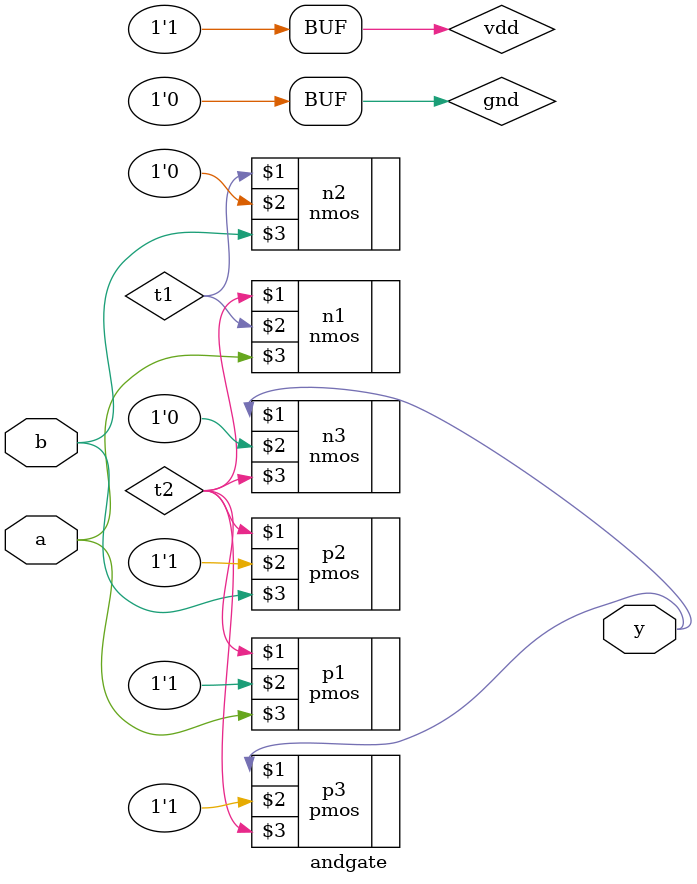
<source format=v>
`timescale 1ns / 1ps


module andgate(
    input a,b,
    output y
    );
    
    supply1 vdd;
    supply0 gnd;
    wire t1, t2;
    
    pmos p1 (t2, vdd, a);
    pmos p2 (t2, vdd, b);
    
    nmos n1 (t2, t1, a);
    nmos n2 (t1, gnd, b);
    
    pmos p3 (y, vdd, t2);
    nmos n3 (y, gnd, t2);
    
endmodule

</source>
